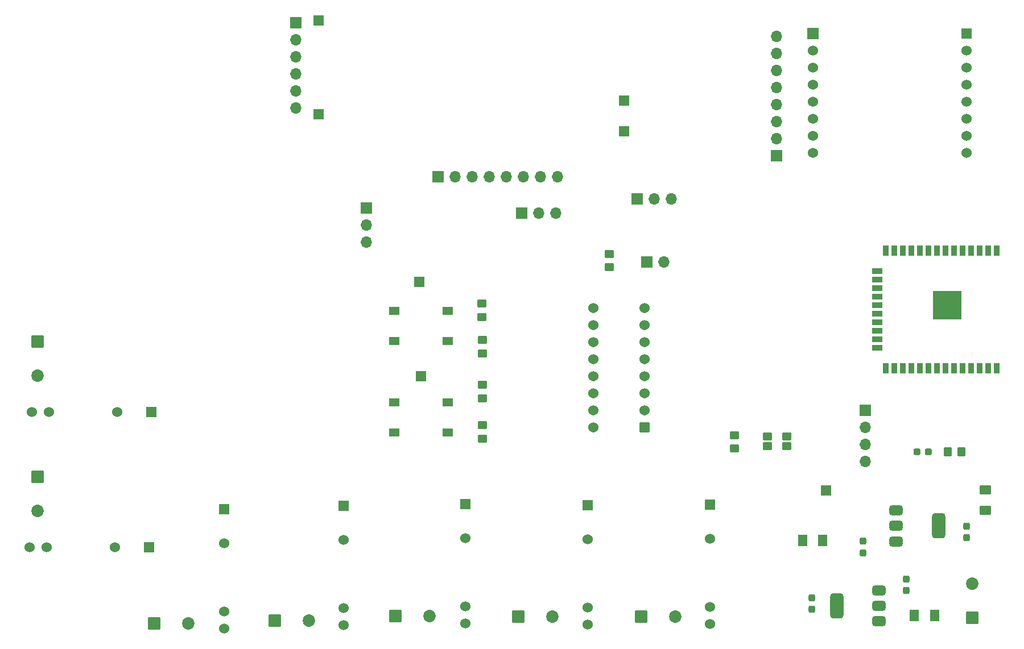
<source format=gbr>
%TF.GenerationSoftware,KiCad,Pcbnew,8.0.0*%
%TF.CreationDate,2025-02-17T23:08:18+05:30*%
%TF.ProjectId,MCU_motorcycle,4d43555f-6d6f-4746-9f72-6379636c652e,rev?*%
%TF.SameCoordinates,Original*%
%TF.FileFunction,Soldermask,Top*%
%TF.FilePolarity,Negative*%
%FSLAX46Y46*%
G04 Gerber Fmt 4.6, Leading zero omitted, Abs format (unit mm)*
G04 Created by KiCad (PCBNEW 8.0.0) date 2025-02-17 23:08:18*
%MOMM*%
%LPD*%
G01*
G04 APERTURE LIST*
G04 Aperture macros list*
%AMRoundRect*
0 Rectangle with rounded corners*
0 $1 Rounding radius*
0 $2 $3 $4 $5 $6 $7 $8 $9 X,Y pos of 4 corners*
0 Add a 4 corners polygon primitive as box body*
4,1,4,$2,$3,$4,$5,$6,$7,$8,$9,$2,$3,0*
0 Add four circle primitives for the rounded corners*
1,1,$1+$1,$2,$3*
1,1,$1+$1,$4,$5*
1,1,$1+$1,$6,$7*
1,1,$1+$1,$8,$9*
0 Add four rect primitives between the rounded corners*
20,1,$1+$1,$2,$3,$4,$5,0*
20,1,$1+$1,$4,$5,$6,$7,0*
20,1,$1+$1,$6,$7,$8,$9,0*
20,1,$1+$1,$8,$9,$2,$3,0*%
G04 Aperture macros list end*
%ADD10RoundRect,0.102000X-0.825000X-0.825000X0.825000X-0.825000X0.825000X0.825000X-0.825000X0.825000X0*%
%ADD11C,1.854000*%
%ADD12R,1.500000X1.500000*%
%ADD13RoundRect,0.102000X0.664000X0.664000X-0.664000X0.664000X-0.664000X-0.664000X0.664000X-0.664000X0*%
%ADD14C,1.532000*%
%ADD15R,1.550000X1.300000*%
%ADD16RoundRect,0.102000X-0.600000X-0.450000X0.600000X-0.450000X0.600000X0.450000X-0.600000X0.450000X0*%
%ADD17R,1.524000X1.524000*%
%ADD18C,1.524000*%
%ADD19R,1.700000X1.700000*%
%ADD20O,1.700000X1.700000*%
%ADD21R,0.900000X1.500000*%
%ADD22R,1.500000X0.900000*%
%ADD23C,0.600000*%
%ADD24R,4.200000X4.200000*%
%ADD25RoundRect,0.375000X-0.625000X-0.375000X0.625000X-0.375000X0.625000X0.375000X-0.625000X0.375000X0*%
%ADD26RoundRect,0.500000X-0.500000X-1.400000X0.500000X-1.400000X0.500000X1.400000X-0.500000X1.400000X0*%
%ADD27RoundRect,0.250000X0.450000X-0.350000X0.450000X0.350000X-0.450000X0.350000X-0.450000X-0.350000X0*%
%ADD28RoundRect,0.237500X-0.237500X0.300000X-0.237500X-0.300000X0.237500X-0.300000X0.237500X0.300000X0*%
%ADD29RoundRect,0.250000X-0.450000X0.350000X-0.450000X-0.350000X0.450000X-0.350000X0.450000X0.350000X0*%
%ADD30R,1.676400X1.676400*%
%ADD31RoundRect,0.102000X0.825000X-0.825000X0.825000X0.825000X-0.825000X0.825000X-0.825000X-0.825000X0*%
%ADD32RoundRect,0.250000X0.350000X0.450000X-0.350000X0.450000X-0.350000X-0.450000X0.350000X-0.450000X0*%
%ADD33RoundRect,0.102000X-0.825000X0.825000X-0.825000X-0.825000X0.825000X-0.825000X0.825000X0.825000X0*%
%ADD34RoundRect,0.250001X0.462499X0.624999X-0.462499X0.624999X-0.462499X-0.624999X0.462499X-0.624999X0*%
%ADD35RoundRect,0.375000X0.625000X0.375000X-0.625000X0.375000X-0.625000X-0.375000X0.625000X-0.375000X0*%
%ADD36RoundRect,0.500000X0.500000X1.400000X-0.500000X1.400000X-0.500000X-1.400000X0.500000X-1.400000X0*%
%ADD37RoundRect,0.250001X-0.624999X0.462499X-0.624999X-0.462499X0.624999X-0.462499X0.624999X0.462499X0*%
%ADD38RoundRect,0.250001X-0.462499X-0.624999X0.462499X-0.624999X0.462499X0.624999X-0.462499X0.624999X0*%
%ADD39RoundRect,0.237500X0.237500X-0.300000X0.237500X0.300000X-0.237500X0.300000X-0.237500X-0.300000X0*%
%ADD40RoundRect,0.237500X-0.287500X-0.237500X0.287500X-0.237500X0.287500X0.237500X-0.287500X0.237500X0*%
G04 APERTURE END LIST*
D10*
%TO.C,J13*%
X111970000Y-138250000D03*
D11*
X117050000Y-138250000D03*
%TD*%
D12*
%TO.C,TP1*%
X115500000Y-88500000D03*
%TD*%
D13*
%TO.C,U5*%
X149000000Y-110140000D03*
D14*
X149000000Y-107600000D03*
X149000000Y-105060000D03*
X149000000Y-102520000D03*
X149000000Y-99980000D03*
X149000000Y-97440000D03*
X149000000Y-94900000D03*
X149000000Y-92360000D03*
X141380000Y-92360000D03*
X141380000Y-94900000D03*
X141380000Y-97440000D03*
X141380000Y-99980000D03*
X141380000Y-102520000D03*
X141380000Y-105060000D03*
X141380000Y-107600000D03*
X141380000Y-110140000D03*
%TD*%
D15*
%TO.C,SW1*%
X111750000Y-92800000D03*
X119700000Y-92800000D03*
X111750000Y-97300000D03*
X119700000Y-97300000D03*
%TD*%
D16*
%TO.C,D5*%
X167362500Y-111475000D03*
X170162500Y-111475000D03*
X170162500Y-112925000D03*
X167362500Y-112925000D03*
%TD*%
D17*
%TO.C,U10*%
X140600000Y-121770000D03*
D18*
X140600000Y-126850000D03*
X140600000Y-137010000D03*
X140600000Y-139550000D03*
%TD*%
D12*
%TO.C,TP4*%
X100500000Y-49500000D03*
%TD*%
D19*
%TO.C,J8*%
X118320000Y-72800000D03*
D20*
X120860000Y-72800000D03*
X123400000Y-72800000D03*
X125940000Y-72800000D03*
X128480000Y-72800000D03*
X131020000Y-72800000D03*
X133560000Y-72800000D03*
X136100000Y-72800000D03*
%TD*%
D19*
%TO.C,J4*%
X149360000Y-85500000D03*
D20*
X151900000Y-85500000D03*
%TD*%
D21*
%TO.C,U1*%
X201420000Y-83850000D03*
X200150000Y-83850000D03*
X198880000Y-83850000D03*
X197610000Y-83850000D03*
X196340000Y-83850000D03*
X195070000Y-83850000D03*
X193800000Y-83850000D03*
X192530000Y-83850000D03*
X191260000Y-83850000D03*
X189990000Y-83850000D03*
X188720000Y-83850000D03*
X187450000Y-83850000D03*
X186180000Y-83850000D03*
X184910000Y-83850000D03*
D22*
X183660000Y-86890000D03*
X183660000Y-88160000D03*
X183660000Y-89430000D03*
X183660000Y-90700000D03*
X183660000Y-91970000D03*
X183660000Y-93240000D03*
X183660000Y-94510000D03*
X183660000Y-95780000D03*
X183660000Y-97050000D03*
X183660000Y-98320000D03*
D21*
X184910000Y-101350000D03*
X186180000Y-101350000D03*
X187450000Y-101350000D03*
X188720000Y-101350000D03*
X189990000Y-101350000D03*
X191260000Y-101350000D03*
X192530000Y-101350000D03*
X193800000Y-101350000D03*
X195070000Y-101350000D03*
X196340000Y-101350000D03*
X197610000Y-101350000D03*
X198880000Y-101350000D03*
X200150000Y-101350000D03*
X201420000Y-101350000D03*
D23*
X194842500Y-90395000D03*
X193317500Y-90395000D03*
X195605000Y-91157500D03*
X194080000Y-91157500D03*
X192555000Y-91157500D03*
X194842500Y-91920000D03*
D24*
X194080000Y-91920000D03*
D23*
X193317500Y-91920000D03*
X195605000Y-92682500D03*
X194080000Y-92682500D03*
X192555000Y-92682500D03*
X194842500Y-93445000D03*
X193317500Y-93445000D03*
%TD*%
D25*
%TO.C,U13*%
X186500000Y-122525000D03*
X186500000Y-124825000D03*
D26*
X192800000Y-124825000D03*
D25*
X186500000Y-127125000D03*
%TD*%
D27*
%TO.C,R1*%
X162400000Y-113300000D03*
X162400000Y-111300000D03*
%TD*%
D28*
%TO.C,C7*%
X173925000Y-135525000D03*
X173925000Y-137250000D03*
%TD*%
D17*
%TO.C,U9*%
X75280000Y-127980000D03*
D18*
X70200000Y-127980000D03*
X60040000Y-127980000D03*
X57500000Y-127980000D03*
%TD*%
D29*
%TO.C,R6*%
X124900000Y-109800000D03*
X124900000Y-111800000D03*
%TD*%
D17*
%TO.C,U6*%
X122400000Y-121570000D03*
D18*
X122400000Y-126650000D03*
X122400000Y-136810000D03*
X122400000Y-139350000D03*
%TD*%
D30*
%TO.C,CON1*%
X174127500Y-51472500D03*
D18*
X174127500Y-54012500D03*
X174127500Y-56552500D03*
X174127500Y-59092500D03*
X174127500Y-61632500D03*
X174127500Y-64172500D03*
X174127500Y-66712500D03*
X174127500Y-69252500D03*
X196987500Y-69252500D03*
X196987500Y-66712500D03*
X196987500Y-64172500D03*
X196987500Y-61632500D03*
X196987500Y-59092500D03*
X196987500Y-56552500D03*
X196987500Y-54012500D03*
D17*
X196987500Y-51472500D03*
%TD*%
D19*
%TO.C,J18*%
X130720000Y-78200000D03*
D20*
X133260000Y-78200000D03*
X135800000Y-78200000D03*
%TD*%
D12*
%TO.C,TP3*%
X100500000Y-63500000D03*
%TD*%
D31*
%TO.C,J10*%
X197800000Y-138540000D03*
D11*
X197800000Y-133460000D03*
%TD*%
D12*
%TO.C,TP5*%
X176050000Y-119530000D03*
%TD*%
D19*
%TO.C,J6*%
X97150000Y-49875000D03*
D20*
X97150000Y-52415000D03*
X97150000Y-54955000D03*
X97150000Y-57495000D03*
X97150000Y-60035000D03*
X97150000Y-62575000D03*
%TD*%
D12*
%TO.C,TP2*%
X115770000Y-102500000D03*
%TD*%
D17*
%TO.C,U11*%
X75590000Y-107900000D03*
D18*
X70510000Y-107900000D03*
X60350000Y-107900000D03*
X57810000Y-107900000D03*
%TD*%
D15*
%TO.C,SW2*%
X111750000Y-106400000D03*
X119700000Y-106400000D03*
X111750000Y-110900000D03*
X119700000Y-110900000D03*
%TD*%
D10*
%TO.C,J14*%
X94010000Y-138900000D03*
D11*
X99090000Y-138900000D03*
%TD*%
D29*
%TO.C,R8*%
X143800000Y-84300000D03*
X143800000Y-86300000D03*
%TD*%
D32*
%TO.C,R9*%
X196200000Y-113800000D03*
X194200000Y-113800000D03*
%TD*%
D17*
%TO.C,U7*%
X104250000Y-121870000D03*
D18*
X104250000Y-126950000D03*
X104250000Y-137110000D03*
X104250000Y-139650000D03*
%TD*%
D28*
%TO.C,C4*%
X181525000Y-127112500D03*
X181525000Y-128837500D03*
%TD*%
D33*
%TO.C,J16*%
X58700000Y-117520000D03*
D11*
X58700000Y-122600000D03*
%TD*%
D10*
%TO.C,J15*%
X76070000Y-139350000D03*
D11*
X81150000Y-139350000D03*
%TD*%
D34*
%TO.C,F1*%
X192175000Y-138175000D03*
X189200000Y-138175000D03*
%TD*%
D35*
%TO.C,U4*%
X183950000Y-139050000D03*
X183950000Y-136750000D03*
D36*
X177650000Y-136750000D03*
D35*
X183950000Y-134450000D03*
%TD*%
D10*
%TO.C,J12*%
X130270000Y-138350000D03*
D11*
X135350000Y-138350000D03*
%TD*%
D29*
%TO.C,R3*%
X124800000Y-91700000D03*
X124800000Y-93700000D03*
%TD*%
D19*
%TO.C,J3*%
X168700000Y-69640000D03*
D20*
X168700000Y-67100000D03*
X168700000Y-64560000D03*
X168700000Y-62020000D03*
X168700000Y-59480000D03*
X168700000Y-56940000D03*
X168700000Y-54400000D03*
X168700000Y-51860000D03*
%TD*%
D19*
%TO.C,J9*%
X181925000Y-107620000D03*
D20*
X181925000Y-110160000D03*
X181925000Y-112700000D03*
X181925000Y-115240000D03*
%TD*%
D10*
%TO.C,J11*%
X148570000Y-138350000D03*
D11*
X153650000Y-138350000D03*
%TD*%
D17*
%TO.C,U12*%
X158750000Y-121670000D03*
D18*
X158750000Y-126750000D03*
X158750000Y-136910000D03*
X158750000Y-139450000D03*
%TD*%
D37*
%TO.C,F3*%
X199750000Y-119500000D03*
X199750000Y-122475000D03*
%TD*%
D12*
%TO.C,TP8*%
X146000000Y-66000000D03*
%TD*%
%TO.C,TP7*%
X146000000Y-61500000D03*
%TD*%
D19*
%TO.C,J2*%
X107600000Y-77475000D03*
D20*
X107600000Y-80015000D03*
X107600000Y-82555000D03*
%TD*%
D38*
%TO.C,F2*%
X172575000Y-127000000D03*
X175550000Y-127000000D03*
%TD*%
D29*
%TO.C,R4*%
X124900000Y-97100000D03*
X124900000Y-99100000D03*
%TD*%
D19*
%TO.C,J1*%
X147960000Y-76100000D03*
D20*
X150500000Y-76100000D03*
X153040000Y-76100000D03*
%TD*%
D33*
%TO.C,J17*%
X58700000Y-97370000D03*
D11*
X58700000Y-102450000D03*
%TD*%
D39*
%TO.C,C6*%
X187987500Y-134437500D03*
X187987500Y-132712500D03*
%TD*%
D17*
%TO.C,U8*%
X86500000Y-122320000D03*
D18*
X86500000Y-127400000D03*
X86500000Y-137560000D03*
X86500000Y-140100000D03*
%TD*%
D29*
%TO.C,R5*%
X124900000Y-103800000D03*
X124900000Y-105800000D03*
%TD*%
D28*
%TO.C,C5*%
X196950000Y-124850000D03*
X196950000Y-126575000D03*
%TD*%
D40*
%TO.C,D4*%
X189550000Y-113800000D03*
X191300000Y-113800000D03*
%TD*%
M02*

</source>
